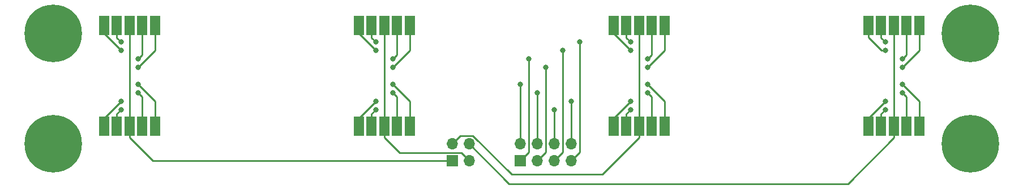
<source format=gbr>
%TF.GenerationSoftware,KiCad,Pcbnew,(5.1.8)-1*%
%TF.CreationDate,2021-01-26T11:35:44-05:00*%
%TF.ProjectId,SSD4_Row,53534434-5f52-46f7-972e-6b696361645f,rev?*%
%TF.SameCoordinates,Original*%
%TF.FileFunction,Copper,L1,Top*%
%TF.FilePolarity,Positive*%
%FSLAX46Y46*%
G04 Gerber Fmt 4.6, Leading zero omitted, Abs format (unit mm)*
G04 Created by KiCad (PCBNEW (5.1.8)-1) date 2021-01-26 11:35:44*
%MOMM*%
%LPD*%
G01*
G04 APERTURE LIST*
%TA.AperFunction,WasherPad*%
%ADD10C,8.600000*%
%TD*%
%TA.AperFunction,WasherPad*%
%ADD11C,0.900000*%
%TD*%
%TA.AperFunction,SMDPad,CuDef*%
%ADD12R,1.650000X3.000000*%
%TD*%
%TA.AperFunction,ComponentPad*%
%ADD13R,1.700000X1.700000*%
%TD*%
%TA.AperFunction,ComponentPad*%
%ADD14O,1.700000X1.700000*%
%TD*%
%TA.AperFunction,ViaPad*%
%ADD15C,0.800000*%
%TD*%
%TA.AperFunction,Conductor*%
%ADD16C,0.250000*%
%TD*%
G04 APERTURE END LIST*
D10*
%TO.P,REF\u002A\u002A,*%
%TO.N,*%
X19050000Y-27940000D03*
D11*
X22275000Y-27940000D03*
X21330419Y-30220419D03*
X19050000Y-31165000D03*
X16769581Y-30220419D03*
X15825000Y-27940000D03*
X16769581Y-25659581D03*
X19050000Y-24715000D03*
X21330419Y-25659581D03*
%TD*%
D10*
%TO.P,REF\u002A\u002A,*%
%TO.N,*%
X19050000Y-44450000D03*
D11*
X22275000Y-44450000D03*
X21330419Y-46730419D03*
X19050000Y-47675000D03*
X16769581Y-46730419D03*
X15825000Y-44450000D03*
X16769581Y-42169581D03*
X19050000Y-41225000D03*
X21330419Y-42169581D03*
%TD*%
D10*
%TO.P,REF\u002A\u002A,*%
%TO.N,*%
X156210000Y-44450000D03*
D11*
X159435000Y-44450000D03*
X158490419Y-46730419D03*
X156210000Y-47675000D03*
X153929581Y-46730419D03*
X152985000Y-44450000D03*
X153929581Y-42169581D03*
X156210000Y-41225000D03*
X158490419Y-42169581D03*
%TD*%
D10*
%TO.P,REF\u002A\u002A,*%
%TO.N,*%
X156210000Y-27940000D03*
D11*
X159435000Y-27940000D03*
X158490419Y-30220419D03*
X156210000Y-31165000D03*
X153929581Y-30220419D03*
X152985000Y-27940000D03*
X153929581Y-25659581D03*
X156210000Y-24715000D03*
X158490419Y-25659581D03*
%TD*%
D12*
%TO.P,D1,10*%
%TO.N,/SEG_G*%
X34280000Y-26790000D03*
%TO.P,D1,9*%
%TO.N,/SEG_F*%
X32380000Y-26790000D03*
%TO.P,D1,8*%
%TO.N,/DIG_0*%
X30480000Y-26790000D03*
%TO.P,D1,7*%
%TO.N,/SEG_A*%
X28580000Y-26790000D03*
%TO.P,D1,6*%
%TO.N,/SEG_B*%
X26680000Y-26790000D03*
%TO.P,D1,5*%
%TO.N,/SEG_DP*%
X26680000Y-41790000D03*
%TO.P,D1,4*%
%TO.N,/SEG_C*%
X28580000Y-41790000D03*
%TO.P,D1,3*%
%TO.N,/DIG_0*%
X30480000Y-41790000D03*
%TO.P,D1,2*%
%TO.N,/SEG_D*%
X32380000Y-41790000D03*
%TO.P,D1,1*%
%TO.N,/SEG_E*%
X34280000Y-41790000D03*
%TD*%
%TO.P,D2,1*%
%TO.N,/SEG_E*%
X72380000Y-41790000D03*
%TO.P,D2,2*%
%TO.N,/SEG_D*%
X70480000Y-41790000D03*
%TO.P,D2,3*%
%TO.N,/DIG_1*%
X68580000Y-41790000D03*
%TO.P,D2,4*%
%TO.N,/SEG_C*%
X66680000Y-41790000D03*
%TO.P,D2,5*%
%TO.N,/SEG_DP*%
X64780000Y-41790000D03*
%TO.P,D2,6*%
%TO.N,/SEG_B*%
X64780000Y-26790000D03*
%TO.P,D2,7*%
%TO.N,/SEG_A*%
X66680000Y-26790000D03*
%TO.P,D2,8*%
%TO.N,/DIG_1*%
X68580000Y-26790000D03*
%TO.P,D2,9*%
%TO.N,/SEG_F*%
X70480000Y-26790000D03*
%TO.P,D2,10*%
%TO.N,/SEG_G*%
X72380000Y-26790000D03*
%TD*%
%TO.P,D3,1*%
%TO.N,/SEG_E*%
X110480000Y-41790000D03*
%TO.P,D3,2*%
%TO.N,/SEG_D*%
X108580000Y-41790000D03*
%TO.P,D3,3*%
%TO.N,/DIG_2*%
X106680000Y-41790000D03*
%TO.P,D3,4*%
%TO.N,/SEG_C*%
X104780000Y-41790000D03*
%TO.P,D3,5*%
%TO.N,/SEG_DP*%
X102880000Y-41790000D03*
%TO.P,D3,6*%
%TO.N,/SEG_B*%
X102880000Y-26790000D03*
%TO.P,D3,7*%
%TO.N,/SEG_A*%
X104780000Y-26790000D03*
%TO.P,D3,8*%
%TO.N,/DIG_2*%
X106680000Y-26790000D03*
%TO.P,D3,9*%
%TO.N,/SEG_F*%
X108580000Y-26790000D03*
%TO.P,D3,10*%
%TO.N,/SEG_G*%
X110480000Y-26790000D03*
%TD*%
%TO.P,D4,10*%
%TO.N,/SEG_G*%
X148580000Y-26790000D03*
%TO.P,D4,9*%
%TO.N,/SEG_F*%
X146680000Y-26790000D03*
%TO.P,D4,8*%
%TO.N,/DIG_3*%
X144780000Y-26790000D03*
%TO.P,D4,7*%
%TO.N,/SEG_A*%
X142880000Y-26790000D03*
%TO.P,D4,6*%
%TO.N,/SEG_B*%
X140980000Y-26790000D03*
%TO.P,D4,5*%
%TO.N,/SEG_DP*%
X140980000Y-41790000D03*
%TO.P,D4,4*%
%TO.N,/SEG_C*%
X142880000Y-41790000D03*
%TO.P,D4,3*%
%TO.N,/DIG_3*%
X144780000Y-41790000D03*
%TO.P,D4,2*%
%TO.N,/SEG_D*%
X146680000Y-41790000D03*
%TO.P,D4,1*%
%TO.N,/SEG_E*%
X148580000Y-41790000D03*
%TD*%
D13*
%TO.P,J1,1*%
%TO.N,/DIG_0*%
X78740000Y-46990000D03*
D14*
%TO.P,J1,2*%
%TO.N,/DIG_2*%
X78740000Y-44450000D03*
%TO.P,J1,3*%
%TO.N,/DIG_1*%
X81280000Y-46990000D03*
%TO.P,J1,4*%
%TO.N,/DIG_3*%
X81280000Y-44450000D03*
%TD*%
D13*
%TO.P,J2,1*%
%TO.N,/SEG_F*%
X88900000Y-46990000D03*
D14*
%TO.P,J2,2*%
%TO.N,/SEG_E*%
X88900000Y-44450000D03*
%TO.P,J2,3*%
%TO.N,/SEG_G*%
X91440000Y-46990000D03*
%TO.P,J2,4*%
%TO.N,/SEG_D*%
X91440000Y-44450000D03*
%TO.P,J2,5*%
%TO.N,/SEG_B*%
X93980000Y-46990000D03*
%TO.P,J2,6*%
%TO.N,/SEG_C*%
X93980000Y-44450000D03*
%TO.P,J2,7*%
%TO.N,/SEG_A*%
X96520000Y-46990000D03*
%TO.P,J2,8*%
%TO.N,/SEG_DP*%
X96520000Y-44450000D03*
%TD*%
D15*
%TO.N,/SEG_G*%
X69850000Y-33020000D03*
X31750000Y-33020000D03*
X107950000Y-33020000D03*
X146050000Y-33020000D03*
X92710000Y-33020000D03*
%TO.N,/SEG_F*%
X69850000Y-31750000D03*
X31750000Y-31750000D03*
X107950000Y-31750000D03*
X146050000Y-31750000D03*
X90170000Y-31750000D03*
%TO.N,/SEG_A*%
X67310000Y-29210000D03*
X29210000Y-29210000D03*
X105410000Y-29210000D03*
X143510000Y-29210000D03*
X97790000Y-29210000D03*
%TO.N,/SEG_B*%
X67310000Y-30480000D03*
X29210000Y-30480000D03*
X105410000Y-30480000D03*
X143510000Y-30480000D03*
X95250000Y-30480000D03*
%TO.N,/SEG_DP*%
X67310000Y-38100000D03*
X29210000Y-38100000D03*
X105410000Y-38100000D03*
X143510000Y-38100000D03*
X96520000Y-38100000D03*
%TO.N,/SEG_C*%
X67310000Y-39370000D03*
X29210000Y-39370000D03*
X105410000Y-39370000D03*
X143510000Y-39370000D03*
X93980000Y-39370000D03*
%TO.N,/SEG_D*%
X69850000Y-36830000D03*
X31750000Y-36830000D03*
X107950000Y-36830000D03*
X146050000Y-36830000D03*
X91440000Y-36830000D03*
%TO.N,/SEG_E*%
X69850000Y-35560000D03*
X31750000Y-35560000D03*
X107950000Y-35560000D03*
X146050000Y-35560000D03*
X88900000Y-35560000D03*
%TD*%
D16*
%TO.N,/SEG_G*%
X72380000Y-30490000D02*
X69850000Y-33020000D01*
X72380000Y-26790000D02*
X72380000Y-30490000D01*
X34280000Y-30490000D02*
X31750000Y-33020000D01*
X34280000Y-26790000D02*
X34280000Y-30490000D01*
X110480000Y-30490000D02*
X107950000Y-33020000D01*
X110480000Y-26790000D02*
X110480000Y-30490000D01*
X148580000Y-30490000D02*
X146050000Y-33020000D01*
X148580000Y-26790000D02*
X148580000Y-30490000D01*
X92710000Y-45720000D02*
X92710000Y-33020000D01*
X91440000Y-46990000D02*
X92710000Y-45720000D01*
%TO.N,/SEG_F*%
X70480000Y-31120000D02*
X69850000Y-31750000D01*
X70480000Y-26790000D02*
X70480000Y-31120000D01*
X32380000Y-31120000D02*
X31750000Y-31750000D01*
X32380000Y-26790000D02*
X32380000Y-31120000D01*
X108580000Y-31120000D02*
X107950000Y-31750000D01*
X108580000Y-26790000D02*
X108580000Y-31120000D01*
X146680000Y-31120000D02*
X146050000Y-31750000D01*
X146680000Y-26790000D02*
X146680000Y-31120000D01*
X90170000Y-45720000D02*
X90170000Y-31750000D01*
X88900000Y-46990000D02*
X90170000Y-45720000D01*
%TO.N,/DIG_0*%
X30480000Y-41790000D02*
X30480000Y-26790000D01*
X33930000Y-46990000D02*
X78740000Y-46990000D01*
X30480000Y-43540000D02*
X33930000Y-46990000D01*
X30480000Y-41790000D02*
X30480000Y-43540000D01*
%TO.N,/SEG_A*%
X66680000Y-28580000D02*
X67310000Y-29210000D01*
X66680000Y-26790000D02*
X66680000Y-28580000D01*
X28580000Y-28580000D02*
X29210000Y-29210000D01*
X28580000Y-26790000D02*
X28580000Y-28580000D01*
X104780000Y-28580000D02*
X105410000Y-29210000D01*
X104780000Y-26790000D02*
X104780000Y-28580000D01*
X142880000Y-28580000D02*
X143510000Y-29210000D01*
X142880000Y-26790000D02*
X142880000Y-28580000D01*
X96520000Y-46990000D02*
X97790000Y-45720000D01*
X97790000Y-45720000D02*
X97790000Y-29210000D01*
%TO.N,/SEG_B*%
X64780000Y-27950000D02*
X67310000Y-30480000D01*
X64780000Y-26790000D02*
X64780000Y-27950000D01*
X26680000Y-27950000D02*
X29210000Y-30480000D01*
X26680000Y-26790000D02*
X26680000Y-27950000D01*
X102880000Y-27950000D02*
X105410000Y-30480000D01*
X102880000Y-26790000D02*
X102880000Y-27950000D01*
X142920000Y-30480000D02*
X143510000Y-30480000D01*
X140980000Y-28540000D02*
X142920000Y-30480000D01*
X140980000Y-26790000D02*
X140980000Y-28540000D01*
X95250000Y-45720000D02*
X95250000Y-30480000D01*
X93980000Y-46990000D02*
X95250000Y-45720000D01*
%TO.N,/SEG_DP*%
X64780000Y-40630000D02*
X67310000Y-38100000D01*
X64780000Y-41790000D02*
X64780000Y-40630000D01*
X26680000Y-40630000D02*
X29210000Y-38100000D01*
X26680000Y-41790000D02*
X26680000Y-40630000D01*
X102880000Y-40630000D02*
X105410000Y-38100000D01*
X102880000Y-41790000D02*
X102880000Y-40630000D01*
X140980000Y-40630000D02*
X143510000Y-38100000D01*
X140980000Y-41790000D02*
X140980000Y-40630000D01*
X96520000Y-44450000D02*
X96520000Y-38100000D01*
%TO.N,/SEG_C*%
X66680000Y-40000000D02*
X67310000Y-39370000D01*
X66680000Y-41790000D02*
X66680000Y-40000000D01*
X28580000Y-40000000D02*
X29210000Y-39370000D01*
X28580000Y-41790000D02*
X28580000Y-40000000D01*
X104780000Y-40000000D02*
X105410000Y-39370000D01*
X104780000Y-41790000D02*
X104780000Y-40000000D01*
X142880000Y-40000000D02*
X143510000Y-39370000D01*
X142880000Y-41790000D02*
X142880000Y-40000000D01*
X93980000Y-44450000D02*
X93980000Y-39370000D01*
%TO.N,/SEG_D*%
X70480000Y-37460000D02*
X69850000Y-36830000D01*
X70480000Y-41790000D02*
X70480000Y-37460000D01*
X32380000Y-37460000D02*
X31750000Y-36830000D01*
X32380000Y-41790000D02*
X32380000Y-37460000D01*
X108580000Y-37460000D02*
X107950000Y-36830000D01*
X108580000Y-41790000D02*
X108580000Y-37460000D01*
X146680000Y-37460000D02*
X146050000Y-36830000D01*
X146680000Y-41790000D02*
X146680000Y-37460000D01*
X91440000Y-44450000D02*
X91440000Y-36830000D01*
%TO.N,/SEG_E*%
X72380000Y-38090000D02*
X69850000Y-35560000D01*
X72380000Y-41790000D02*
X72380000Y-38090000D01*
X34280000Y-38090000D02*
X31750000Y-35560000D01*
X34280000Y-41790000D02*
X34280000Y-38090000D01*
X110480000Y-38090000D02*
X107950000Y-35560000D01*
X110480000Y-41790000D02*
X110480000Y-38090000D01*
X148580000Y-38090000D02*
X146050000Y-35560000D01*
X148580000Y-41790000D02*
X148580000Y-38090000D01*
X88900000Y-44450000D02*
X88900000Y-35560000D01*
%TO.N,/DIG_1*%
X68580000Y-26790000D02*
X68580000Y-41790000D01*
X80104999Y-45814999D02*
X81280000Y-46990000D01*
X70854999Y-45814999D02*
X80104999Y-45814999D01*
X68580000Y-43540000D02*
X70854999Y-45814999D01*
X68580000Y-41790000D02*
X68580000Y-43540000D01*
%TO.N,/DIG_2*%
X106680000Y-26790000D02*
X106680000Y-41790000D01*
X81844001Y-43274999D02*
X87630000Y-49060998D01*
X79915001Y-43274999D02*
X81844001Y-43274999D01*
X78740000Y-44450000D02*
X79915001Y-43274999D01*
X106680000Y-43540000D02*
X106680000Y-41790000D01*
X101159002Y-49060998D02*
X106680000Y-43540000D01*
X87630000Y-49060998D02*
X101159002Y-49060998D01*
%TO.N,/DIG_3*%
X144780000Y-41790000D02*
X144780000Y-26790000D01*
X81280000Y-44450000D02*
X87254990Y-50424990D01*
X144780000Y-43540000D02*
X144780000Y-41790000D01*
X137895010Y-50424990D02*
X144780000Y-43540000D01*
X87254990Y-50424990D02*
X137895010Y-50424990D01*
%TD*%
M02*

</source>
